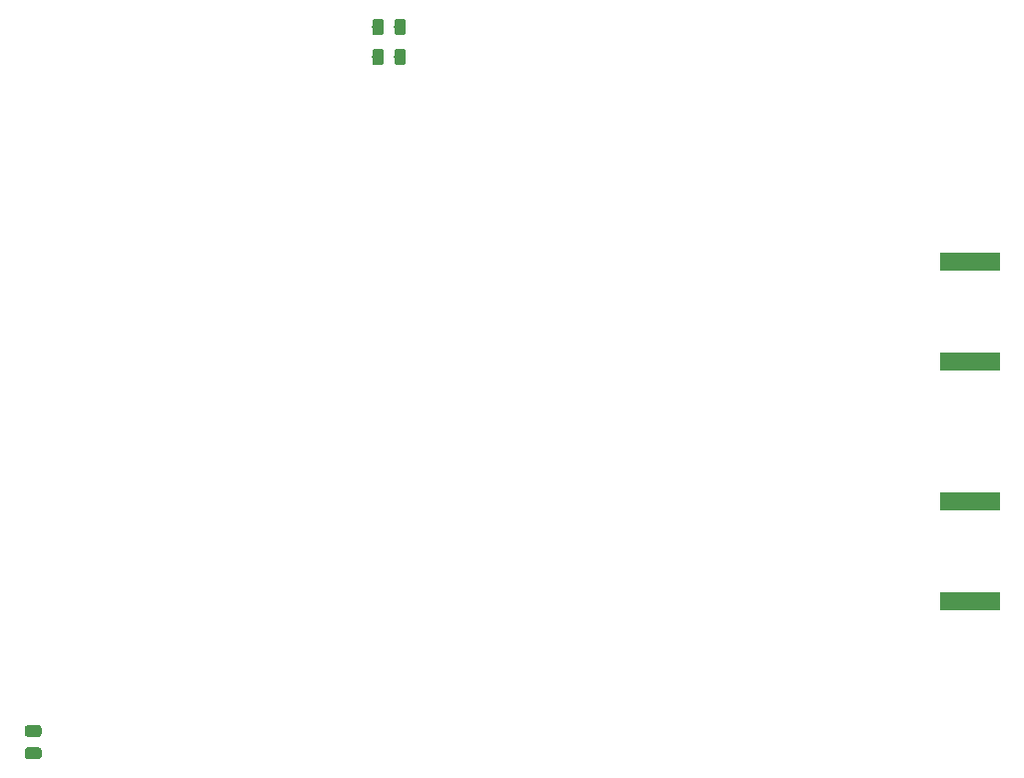
<source format=gbr>
G04 #@! TF.GenerationSoftware,KiCad,Pcbnew,5.1.4+dfsg1-1*
G04 #@! TF.CreationDate,2020-04-17T13:06:51+02:00*
G04 #@! TF.ProjectId,Transceiver,5472616e-7363-4656-9976-65722e6b6963,rev?*
G04 #@! TF.SameCoordinates,Original*
G04 #@! TF.FileFunction,Paste,Bot*
G04 #@! TF.FilePolarity,Positive*
%FSLAX46Y46*%
G04 Gerber Fmt 4.6, Leading zero omitted, Abs format (unit mm)*
G04 Created by KiCad (PCBNEW 5.1.4+dfsg1-1) date 2020-04-17 13:06:51*
%MOMM*%
%LPD*%
G04 APERTURE LIST*
%ADD10C,0.100000*%
%ADD11C,0.975000*%
%ADD12R,5.080000X1.500000*%
G04 APERTURE END LIST*
D10*
G36*
X66520142Y-120163674D02*
G01*
X66543803Y-120167184D01*
X66567007Y-120172996D01*
X66589529Y-120181054D01*
X66611153Y-120191282D01*
X66631670Y-120203579D01*
X66650883Y-120217829D01*
X66668607Y-120233893D01*
X66684671Y-120251617D01*
X66698921Y-120270830D01*
X66711218Y-120291347D01*
X66721446Y-120312971D01*
X66729504Y-120335493D01*
X66735316Y-120358697D01*
X66738826Y-120382358D01*
X66740000Y-120406250D01*
X66740000Y-120893750D01*
X66738826Y-120917642D01*
X66735316Y-120941303D01*
X66729504Y-120964507D01*
X66721446Y-120987029D01*
X66711218Y-121008653D01*
X66698921Y-121029170D01*
X66684671Y-121048383D01*
X66668607Y-121066107D01*
X66650883Y-121082171D01*
X66631670Y-121096421D01*
X66611153Y-121108718D01*
X66589529Y-121118946D01*
X66567007Y-121127004D01*
X66543803Y-121132816D01*
X66520142Y-121136326D01*
X66496250Y-121137500D01*
X65583750Y-121137500D01*
X65559858Y-121136326D01*
X65536197Y-121132816D01*
X65512993Y-121127004D01*
X65490471Y-121118946D01*
X65468847Y-121108718D01*
X65448330Y-121096421D01*
X65429117Y-121082171D01*
X65411393Y-121066107D01*
X65395329Y-121048383D01*
X65381079Y-121029170D01*
X65368782Y-121008653D01*
X65358554Y-120987029D01*
X65350496Y-120964507D01*
X65344684Y-120941303D01*
X65341174Y-120917642D01*
X65340000Y-120893750D01*
X65340000Y-120406250D01*
X65341174Y-120382358D01*
X65344684Y-120358697D01*
X65350496Y-120335493D01*
X65358554Y-120312971D01*
X65368782Y-120291347D01*
X65381079Y-120270830D01*
X65395329Y-120251617D01*
X65411393Y-120233893D01*
X65429117Y-120217829D01*
X65448330Y-120203579D01*
X65468847Y-120191282D01*
X65490471Y-120181054D01*
X65512993Y-120172996D01*
X65536197Y-120167184D01*
X65559858Y-120163674D01*
X65583750Y-120162500D01*
X66496250Y-120162500D01*
X66520142Y-120163674D01*
X66520142Y-120163674D01*
G37*
D11*
X66040000Y-120650000D03*
D10*
G36*
X66520142Y-122038674D02*
G01*
X66543803Y-122042184D01*
X66567007Y-122047996D01*
X66589529Y-122056054D01*
X66611153Y-122066282D01*
X66631670Y-122078579D01*
X66650883Y-122092829D01*
X66668607Y-122108893D01*
X66684671Y-122126617D01*
X66698921Y-122145830D01*
X66711218Y-122166347D01*
X66721446Y-122187971D01*
X66729504Y-122210493D01*
X66735316Y-122233697D01*
X66738826Y-122257358D01*
X66740000Y-122281250D01*
X66740000Y-122768750D01*
X66738826Y-122792642D01*
X66735316Y-122816303D01*
X66729504Y-122839507D01*
X66721446Y-122862029D01*
X66711218Y-122883653D01*
X66698921Y-122904170D01*
X66684671Y-122923383D01*
X66668607Y-122941107D01*
X66650883Y-122957171D01*
X66631670Y-122971421D01*
X66611153Y-122983718D01*
X66589529Y-122993946D01*
X66567007Y-123002004D01*
X66543803Y-123007816D01*
X66520142Y-123011326D01*
X66496250Y-123012500D01*
X65583750Y-123012500D01*
X65559858Y-123011326D01*
X65536197Y-123007816D01*
X65512993Y-123002004D01*
X65490471Y-122993946D01*
X65468847Y-122983718D01*
X65448330Y-122971421D01*
X65429117Y-122957171D01*
X65411393Y-122941107D01*
X65395329Y-122923383D01*
X65381079Y-122904170D01*
X65368782Y-122883653D01*
X65358554Y-122862029D01*
X65350496Y-122839507D01*
X65344684Y-122816303D01*
X65341174Y-122792642D01*
X65340000Y-122768750D01*
X65340000Y-122281250D01*
X65341174Y-122257358D01*
X65344684Y-122233697D01*
X65350496Y-122210493D01*
X65358554Y-122187971D01*
X65368782Y-122166347D01*
X65381079Y-122145830D01*
X65395329Y-122126617D01*
X65411393Y-122108893D01*
X65429117Y-122092829D01*
X65448330Y-122078579D01*
X65468847Y-122066282D01*
X65490471Y-122056054D01*
X65512993Y-122047996D01*
X65536197Y-122042184D01*
X65559858Y-122038674D01*
X65583750Y-122037500D01*
X66496250Y-122037500D01*
X66520142Y-122038674D01*
X66520142Y-122038674D01*
G37*
D11*
X66040000Y-122525000D03*
D12*
X145415000Y-89340000D03*
X145415000Y-80840000D03*
D10*
G36*
X95517642Y-60261174D02*
G01*
X95541303Y-60264684D01*
X95564507Y-60270496D01*
X95587029Y-60278554D01*
X95608653Y-60288782D01*
X95629170Y-60301079D01*
X95648383Y-60315329D01*
X95666107Y-60331393D01*
X95682171Y-60349117D01*
X95696421Y-60368330D01*
X95708718Y-60388847D01*
X95718946Y-60410471D01*
X95727004Y-60432993D01*
X95732816Y-60456197D01*
X95736326Y-60479858D01*
X95737500Y-60503750D01*
X95737500Y-61416250D01*
X95736326Y-61440142D01*
X95732816Y-61463803D01*
X95727004Y-61487007D01*
X95718946Y-61509529D01*
X95708718Y-61531153D01*
X95696421Y-61551670D01*
X95682171Y-61570883D01*
X95666107Y-61588607D01*
X95648383Y-61604671D01*
X95629170Y-61618921D01*
X95608653Y-61631218D01*
X95587029Y-61641446D01*
X95564507Y-61649504D01*
X95541303Y-61655316D01*
X95517642Y-61658826D01*
X95493750Y-61660000D01*
X95006250Y-61660000D01*
X94982358Y-61658826D01*
X94958697Y-61655316D01*
X94935493Y-61649504D01*
X94912971Y-61641446D01*
X94891347Y-61631218D01*
X94870830Y-61618921D01*
X94851617Y-61604671D01*
X94833893Y-61588607D01*
X94817829Y-61570883D01*
X94803579Y-61551670D01*
X94791282Y-61531153D01*
X94781054Y-61509529D01*
X94772996Y-61487007D01*
X94767184Y-61463803D01*
X94763674Y-61440142D01*
X94762500Y-61416250D01*
X94762500Y-60503750D01*
X94763674Y-60479858D01*
X94767184Y-60456197D01*
X94772996Y-60432993D01*
X94781054Y-60410471D01*
X94791282Y-60388847D01*
X94803579Y-60368330D01*
X94817829Y-60349117D01*
X94833893Y-60331393D01*
X94851617Y-60315329D01*
X94870830Y-60301079D01*
X94891347Y-60288782D01*
X94912971Y-60278554D01*
X94935493Y-60270496D01*
X94958697Y-60264684D01*
X94982358Y-60261174D01*
X95006250Y-60260000D01*
X95493750Y-60260000D01*
X95517642Y-60261174D01*
X95517642Y-60261174D01*
G37*
D11*
X95250000Y-60960000D03*
D10*
G36*
X97392642Y-60261174D02*
G01*
X97416303Y-60264684D01*
X97439507Y-60270496D01*
X97462029Y-60278554D01*
X97483653Y-60288782D01*
X97504170Y-60301079D01*
X97523383Y-60315329D01*
X97541107Y-60331393D01*
X97557171Y-60349117D01*
X97571421Y-60368330D01*
X97583718Y-60388847D01*
X97593946Y-60410471D01*
X97602004Y-60432993D01*
X97607816Y-60456197D01*
X97611326Y-60479858D01*
X97612500Y-60503750D01*
X97612500Y-61416250D01*
X97611326Y-61440142D01*
X97607816Y-61463803D01*
X97602004Y-61487007D01*
X97593946Y-61509529D01*
X97583718Y-61531153D01*
X97571421Y-61551670D01*
X97557171Y-61570883D01*
X97541107Y-61588607D01*
X97523383Y-61604671D01*
X97504170Y-61618921D01*
X97483653Y-61631218D01*
X97462029Y-61641446D01*
X97439507Y-61649504D01*
X97416303Y-61655316D01*
X97392642Y-61658826D01*
X97368750Y-61660000D01*
X96881250Y-61660000D01*
X96857358Y-61658826D01*
X96833697Y-61655316D01*
X96810493Y-61649504D01*
X96787971Y-61641446D01*
X96766347Y-61631218D01*
X96745830Y-61618921D01*
X96726617Y-61604671D01*
X96708893Y-61588607D01*
X96692829Y-61570883D01*
X96678579Y-61551670D01*
X96666282Y-61531153D01*
X96656054Y-61509529D01*
X96647996Y-61487007D01*
X96642184Y-61463803D01*
X96638674Y-61440142D01*
X96637500Y-61416250D01*
X96637500Y-60503750D01*
X96638674Y-60479858D01*
X96642184Y-60456197D01*
X96647996Y-60432993D01*
X96656054Y-60410471D01*
X96666282Y-60388847D01*
X96678579Y-60368330D01*
X96692829Y-60349117D01*
X96708893Y-60331393D01*
X96726617Y-60315329D01*
X96745830Y-60301079D01*
X96766347Y-60288782D01*
X96787971Y-60278554D01*
X96810493Y-60270496D01*
X96833697Y-60264684D01*
X96857358Y-60261174D01*
X96881250Y-60260000D01*
X97368750Y-60260000D01*
X97392642Y-60261174D01*
X97392642Y-60261174D01*
G37*
D11*
X97125000Y-60960000D03*
D10*
G36*
X97392642Y-62801174D02*
G01*
X97416303Y-62804684D01*
X97439507Y-62810496D01*
X97462029Y-62818554D01*
X97483653Y-62828782D01*
X97504170Y-62841079D01*
X97523383Y-62855329D01*
X97541107Y-62871393D01*
X97557171Y-62889117D01*
X97571421Y-62908330D01*
X97583718Y-62928847D01*
X97593946Y-62950471D01*
X97602004Y-62972993D01*
X97607816Y-62996197D01*
X97611326Y-63019858D01*
X97612500Y-63043750D01*
X97612500Y-63956250D01*
X97611326Y-63980142D01*
X97607816Y-64003803D01*
X97602004Y-64027007D01*
X97593946Y-64049529D01*
X97583718Y-64071153D01*
X97571421Y-64091670D01*
X97557171Y-64110883D01*
X97541107Y-64128607D01*
X97523383Y-64144671D01*
X97504170Y-64158921D01*
X97483653Y-64171218D01*
X97462029Y-64181446D01*
X97439507Y-64189504D01*
X97416303Y-64195316D01*
X97392642Y-64198826D01*
X97368750Y-64200000D01*
X96881250Y-64200000D01*
X96857358Y-64198826D01*
X96833697Y-64195316D01*
X96810493Y-64189504D01*
X96787971Y-64181446D01*
X96766347Y-64171218D01*
X96745830Y-64158921D01*
X96726617Y-64144671D01*
X96708893Y-64128607D01*
X96692829Y-64110883D01*
X96678579Y-64091670D01*
X96666282Y-64071153D01*
X96656054Y-64049529D01*
X96647996Y-64027007D01*
X96642184Y-64003803D01*
X96638674Y-63980142D01*
X96637500Y-63956250D01*
X96637500Y-63043750D01*
X96638674Y-63019858D01*
X96642184Y-62996197D01*
X96647996Y-62972993D01*
X96656054Y-62950471D01*
X96666282Y-62928847D01*
X96678579Y-62908330D01*
X96692829Y-62889117D01*
X96708893Y-62871393D01*
X96726617Y-62855329D01*
X96745830Y-62841079D01*
X96766347Y-62828782D01*
X96787971Y-62818554D01*
X96810493Y-62810496D01*
X96833697Y-62804684D01*
X96857358Y-62801174D01*
X96881250Y-62800000D01*
X97368750Y-62800000D01*
X97392642Y-62801174D01*
X97392642Y-62801174D01*
G37*
D11*
X97125000Y-63500000D03*
D10*
G36*
X95517642Y-62801174D02*
G01*
X95541303Y-62804684D01*
X95564507Y-62810496D01*
X95587029Y-62818554D01*
X95608653Y-62828782D01*
X95629170Y-62841079D01*
X95648383Y-62855329D01*
X95666107Y-62871393D01*
X95682171Y-62889117D01*
X95696421Y-62908330D01*
X95708718Y-62928847D01*
X95718946Y-62950471D01*
X95727004Y-62972993D01*
X95732816Y-62996197D01*
X95736326Y-63019858D01*
X95737500Y-63043750D01*
X95737500Y-63956250D01*
X95736326Y-63980142D01*
X95732816Y-64003803D01*
X95727004Y-64027007D01*
X95718946Y-64049529D01*
X95708718Y-64071153D01*
X95696421Y-64091670D01*
X95682171Y-64110883D01*
X95666107Y-64128607D01*
X95648383Y-64144671D01*
X95629170Y-64158921D01*
X95608653Y-64171218D01*
X95587029Y-64181446D01*
X95564507Y-64189504D01*
X95541303Y-64195316D01*
X95517642Y-64198826D01*
X95493750Y-64200000D01*
X95006250Y-64200000D01*
X94982358Y-64198826D01*
X94958697Y-64195316D01*
X94935493Y-64189504D01*
X94912971Y-64181446D01*
X94891347Y-64171218D01*
X94870830Y-64158921D01*
X94851617Y-64144671D01*
X94833893Y-64128607D01*
X94817829Y-64110883D01*
X94803579Y-64091670D01*
X94791282Y-64071153D01*
X94781054Y-64049529D01*
X94772996Y-64027007D01*
X94767184Y-64003803D01*
X94763674Y-63980142D01*
X94762500Y-63956250D01*
X94762500Y-63043750D01*
X94763674Y-63019858D01*
X94767184Y-62996197D01*
X94772996Y-62972993D01*
X94781054Y-62950471D01*
X94791282Y-62928847D01*
X94803579Y-62908330D01*
X94817829Y-62889117D01*
X94833893Y-62871393D01*
X94851617Y-62855329D01*
X94870830Y-62841079D01*
X94891347Y-62828782D01*
X94912971Y-62818554D01*
X94935493Y-62810496D01*
X94958697Y-62804684D01*
X94982358Y-62801174D01*
X95006250Y-62800000D01*
X95493750Y-62800000D01*
X95517642Y-62801174D01*
X95517642Y-62801174D01*
G37*
D11*
X95250000Y-63500000D03*
D12*
X145415000Y-101160000D03*
X145415000Y-109660000D03*
M02*

</source>
